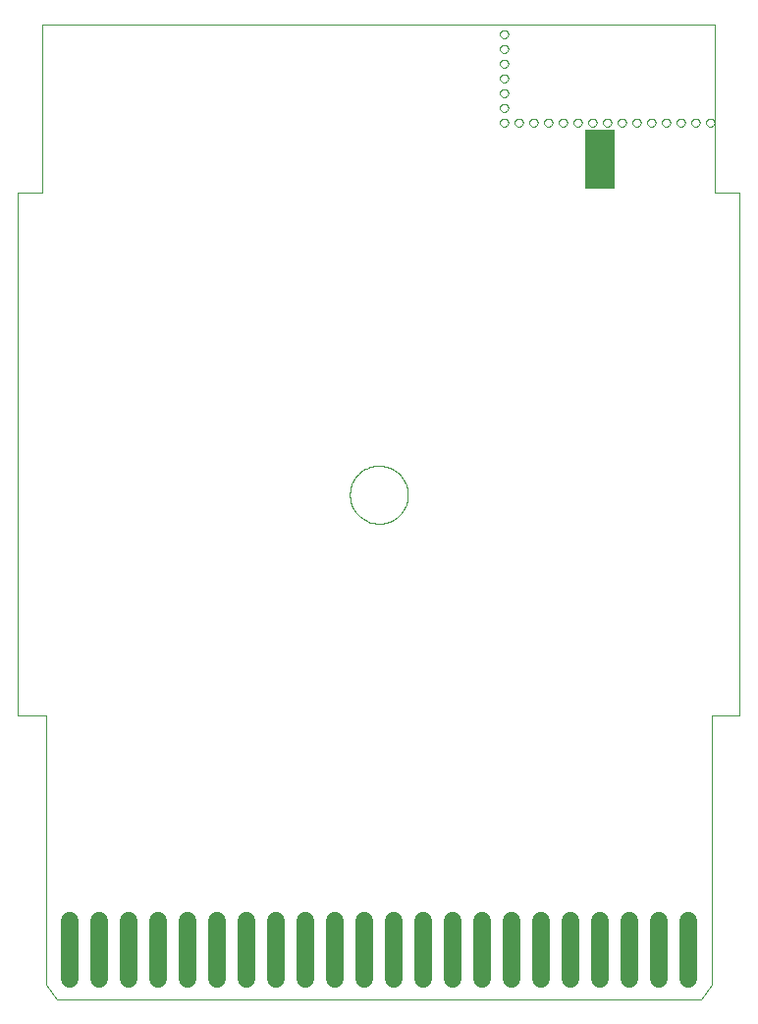
<source format=gtp>
G75*
G70*
%OFA0B0*%
%FSLAX24Y24*%
%IPPOS*%
%LPD*%
%AMOC8*
5,1,8,0,0,1.08239X$1,22.5*
%
%ADD10C,0.0000*%
%ADD11C,0.0600*%
%ADD12R,0.1000X0.2000*%
D10*
X002482Y000500D02*
X002128Y001012D01*
X002128Y010146D01*
X001170Y010146D01*
X001170Y027862D01*
X002003Y027862D01*
X002003Y033571D01*
X024837Y033571D01*
X024837Y027862D01*
X025670Y027862D01*
X025670Y010146D01*
X024712Y010146D01*
X024712Y001012D01*
X024358Y000500D01*
X002482Y000500D01*
X012436Y017626D02*
X012438Y017688D01*
X012444Y017751D01*
X012454Y017812D01*
X012468Y017873D01*
X012485Y017933D01*
X012506Y017992D01*
X012532Y018049D01*
X012560Y018104D01*
X012592Y018158D01*
X012628Y018209D01*
X012666Y018259D01*
X012708Y018305D01*
X012752Y018349D01*
X012800Y018390D01*
X012849Y018428D01*
X012901Y018462D01*
X012955Y018493D01*
X013011Y018521D01*
X013069Y018545D01*
X013128Y018566D01*
X013188Y018582D01*
X013249Y018595D01*
X013311Y018604D01*
X013373Y018609D01*
X013436Y018610D01*
X013498Y018607D01*
X013560Y018600D01*
X013622Y018589D01*
X013682Y018574D01*
X013742Y018556D01*
X013800Y018534D01*
X013857Y018508D01*
X013912Y018478D01*
X013965Y018445D01*
X014016Y018409D01*
X014064Y018370D01*
X014110Y018327D01*
X014153Y018282D01*
X014193Y018234D01*
X014230Y018184D01*
X014264Y018131D01*
X014295Y018077D01*
X014321Y018021D01*
X014345Y017963D01*
X014364Y017903D01*
X014380Y017843D01*
X014392Y017781D01*
X014400Y017720D01*
X014404Y017657D01*
X014404Y017595D01*
X014400Y017532D01*
X014392Y017471D01*
X014380Y017409D01*
X014364Y017349D01*
X014345Y017289D01*
X014321Y017231D01*
X014295Y017175D01*
X014264Y017121D01*
X014230Y017068D01*
X014193Y017018D01*
X014153Y016970D01*
X014110Y016925D01*
X014064Y016882D01*
X014016Y016843D01*
X013965Y016807D01*
X013912Y016774D01*
X013857Y016744D01*
X013800Y016718D01*
X013742Y016696D01*
X013682Y016678D01*
X013622Y016663D01*
X013560Y016652D01*
X013498Y016645D01*
X013436Y016642D01*
X013373Y016643D01*
X013311Y016648D01*
X013249Y016657D01*
X013188Y016670D01*
X013128Y016686D01*
X013069Y016707D01*
X013011Y016731D01*
X012955Y016759D01*
X012901Y016790D01*
X012849Y016824D01*
X012800Y016862D01*
X012752Y016903D01*
X012708Y016947D01*
X012666Y016993D01*
X012628Y017043D01*
X012592Y017094D01*
X012560Y017148D01*
X012532Y017203D01*
X012506Y017260D01*
X012485Y017319D01*
X012468Y017379D01*
X012454Y017440D01*
X012444Y017501D01*
X012438Y017564D01*
X012436Y017626D01*
X017532Y030250D02*
X017534Y030273D01*
X017540Y030296D01*
X017550Y030317D01*
X017563Y030337D01*
X017579Y030354D01*
X017598Y030368D01*
X017619Y030378D01*
X017641Y030385D01*
X017664Y030388D01*
X017688Y030387D01*
X017710Y030382D01*
X017732Y030373D01*
X017752Y030361D01*
X017770Y030345D01*
X017784Y030327D01*
X017796Y030307D01*
X017804Y030285D01*
X017808Y030262D01*
X017808Y030238D01*
X017804Y030215D01*
X017796Y030193D01*
X017784Y030173D01*
X017770Y030155D01*
X017752Y030139D01*
X017732Y030127D01*
X017710Y030118D01*
X017688Y030113D01*
X017664Y030112D01*
X017641Y030115D01*
X017619Y030122D01*
X017598Y030132D01*
X017579Y030146D01*
X017563Y030163D01*
X017550Y030183D01*
X017540Y030204D01*
X017534Y030227D01*
X017532Y030250D01*
X017532Y030750D02*
X017534Y030773D01*
X017540Y030796D01*
X017550Y030817D01*
X017563Y030837D01*
X017579Y030854D01*
X017598Y030868D01*
X017619Y030878D01*
X017641Y030885D01*
X017664Y030888D01*
X017688Y030887D01*
X017710Y030882D01*
X017732Y030873D01*
X017752Y030861D01*
X017770Y030845D01*
X017784Y030827D01*
X017796Y030807D01*
X017804Y030785D01*
X017808Y030762D01*
X017808Y030738D01*
X017804Y030715D01*
X017796Y030693D01*
X017784Y030673D01*
X017770Y030655D01*
X017752Y030639D01*
X017732Y030627D01*
X017710Y030618D01*
X017688Y030613D01*
X017664Y030612D01*
X017641Y030615D01*
X017619Y030622D01*
X017598Y030632D01*
X017579Y030646D01*
X017563Y030663D01*
X017550Y030683D01*
X017540Y030704D01*
X017534Y030727D01*
X017532Y030750D01*
X017532Y031250D02*
X017534Y031273D01*
X017540Y031296D01*
X017550Y031317D01*
X017563Y031337D01*
X017579Y031354D01*
X017598Y031368D01*
X017619Y031378D01*
X017641Y031385D01*
X017664Y031388D01*
X017688Y031387D01*
X017710Y031382D01*
X017732Y031373D01*
X017752Y031361D01*
X017770Y031345D01*
X017784Y031327D01*
X017796Y031307D01*
X017804Y031285D01*
X017808Y031262D01*
X017808Y031238D01*
X017804Y031215D01*
X017796Y031193D01*
X017784Y031173D01*
X017770Y031155D01*
X017752Y031139D01*
X017732Y031127D01*
X017710Y031118D01*
X017688Y031113D01*
X017664Y031112D01*
X017641Y031115D01*
X017619Y031122D01*
X017598Y031132D01*
X017579Y031146D01*
X017563Y031163D01*
X017550Y031183D01*
X017540Y031204D01*
X017534Y031227D01*
X017532Y031250D01*
X017532Y031750D02*
X017534Y031773D01*
X017540Y031796D01*
X017550Y031817D01*
X017563Y031837D01*
X017579Y031854D01*
X017598Y031868D01*
X017619Y031878D01*
X017641Y031885D01*
X017664Y031888D01*
X017688Y031887D01*
X017710Y031882D01*
X017732Y031873D01*
X017752Y031861D01*
X017770Y031845D01*
X017784Y031827D01*
X017796Y031807D01*
X017804Y031785D01*
X017808Y031762D01*
X017808Y031738D01*
X017804Y031715D01*
X017796Y031693D01*
X017784Y031673D01*
X017770Y031655D01*
X017752Y031639D01*
X017732Y031627D01*
X017710Y031618D01*
X017688Y031613D01*
X017664Y031612D01*
X017641Y031615D01*
X017619Y031622D01*
X017598Y031632D01*
X017579Y031646D01*
X017563Y031663D01*
X017550Y031683D01*
X017540Y031704D01*
X017534Y031727D01*
X017532Y031750D01*
X017532Y032250D02*
X017534Y032273D01*
X017540Y032296D01*
X017550Y032317D01*
X017563Y032337D01*
X017579Y032354D01*
X017598Y032368D01*
X017619Y032378D01*
X017641Y032385D01*
X017664Y032388D01*
X017688Y032387D01*
X017710Y032382D01*
X017732Y032373D01*
X017752Y032361D01*
X017770Y032345D01*
X017784Y032327D01*
X017796Y032307D01*
X017804Y032285D01*
X017808Y032262D01*
X017808Y032238D01*
X017804Y032215D01*
X017796Y032193D01*
X017784Y032173D01*
X017770Y032155D01*
X017752Y032139D01*
X017732Y032127D01*
X017710Y032118D01*
X017688Y032113D01*
X017664Y032112D01*
X017641Y032115D01*
X017619Y032122D01*
X017598Y032132D01*
X017579Y032146D01*
X017563Y032163D01*
X017550Y032183D01*
X017540Y032204D01*
X017534Y032227D01*
X017532Y032250D01*
X017532Y032750D02*
X017534Y032773D01*
X017540Y032796D01*
X017550Y032817D01*
X017563Y032837D01*
X017579Y032854D01*
X017598Y032868D01*
X017619Y032878D01*
X017641Y032885D01*
X017664Y032888D01*
X017688Y032887D01*
X017710Y032882D01*
X017732Y032873D01*
X017752Y032861D01*
X017770Y032845D01*
X017784Y032827D01*
X017796Y032807D01*
X017804Y032785D01*
X017808Y032762D01*
X017808Y032738D01*
X017804Y032715D01*
X017796Y032693D01*
X017784Y032673D01*
X017770Y032655D01*
X017752Y032639D01*
X017732Y032627D01*
X017710Y032618D01*
X017688Y032613D01*
X017664Y032612D01*
X017641Y032615D01*
X017619Y032622D01*
X017598Y032632D01*
X017579Y032646D01*
X017563Y032663D01*
X017550Y032683D01*
X017540Y032704D01*
X017534Y032727D01*
X017532Y032750D01*
X017532Y033250D02*
X017534Y033273D01*
X017540Y033296D01*
X017550Y033317D01*
X017563Y033337D01*
X017579Y033354D01*
X017598Y033368D01*
X017619Y033378D01*
X017641Y033385D01*
X017664Y033388D01*
X017688Y033387D01*
X017710Y033382D01*
X017732Y033373D01*
X017752Y033361D01*
X017770Y033345D01*
X017784Y033327D01*
X017796Y033307D01*
X017804Y033285D01*
X017808Y033262D01*
X017808Y033238D01*
X017804Y033215D01*
X017796Y033193D01*
X017784Y033173D01*
X017770Y033155D01*
X017752Y033139D01*
X017732Y033127D01*
X017710Y033118D01*
X017688Y033113D01*
X017664Y033112D01*
X017641Y033115D01*
X017619Y033122D01*
X017598Y033132D01*
X017579Y033146D01*
X017563Y033163D01*
X017550Y033183D01*
X017540Y033204D01*
X017534Y033227D01*
X017532Y033250D01*
X018032Y030250D02*
X018034Y030273D01*
X018040Y030296D01*
X018050Y030317D01*
X018063Y030337D01*
X018079Y030354D01*
X018098Y030368D01*
X018119Y030378D01*
X018141Y030385D01*
X018164Y030388D01*
X018188Y030387D01*
X018210Y030382D01*
X018232Y030373D01*
X018252Y030361D01*
X018270Y030345D01*
X018284Y030327D01*
X018296Y030307D01*
X018304Y030285D01*
X018308Y030262D01*
X018308Y030238D01*
X018304Y030215D01*
X018296Y030193D01*
X018284Y030173D01*
X018270Y030155D01*
X018252Y030139D01*
X018232Y030127D01*
X018210Y030118D01*
X018188Y030113D01*
X018164Y030112D01*
X018141Y030115D01*
X018119Y030122D01*
X018098Y030132D01*
X018079Y030146D01*
X018063Y030163D01*
X018050Y030183D01*
X018040Y030204D01*
X018034Y030227D01*
X018032Y030250D01*
X018532Y030250D02*
X018534Y030273D01*
X018540Y030296D01*
X018550Y030317D01*
X018563Y030337D01*
X018579Y030354D01*
X018598Y030368D01*
X018619Y030378D01*
X018641Y030385D01*
X018664Y030388D01*
X018688Y030387D01*
X018710Y030382D01*
X018732Y030373D01*
X018752Y030361D01*
X018770Y030345D01*
X018784Y030327D01*
X018796Y030307D01*
X018804Y030285D01*
X018808Y030262D01*
X018808Y030238D01*
X018804Y030215D01*
X018796Y030193D01*
X018784Y030173D01*
X018770Y030155D01*
X018752Y030139D01*
X018732Y030127D01*
X018710Y030118D01*
X018688Y030113D01*
X018664Y030112D01*
X018641Y030115D01*
X018619Y030122D01*
X018598Y030132D01*
X018579Y030146D01*
X018563Y030163D01*
X018550Y030183D01*
X018540Y030204D01*
X018534Y030227D01*
X018532Y030250D01*
X019032Y030250D02*
X019034Y030273D01*
X019040Y030296D01*
X019050Y030317D01*
X019063Y030337D01*
X019079Y030354D01*
X019098Y030368D01*
X019119Y030378D01*
X019141Y030385D01*
X019164Y030388D01*
X019188Y030387D01*
X019210Y030382D01*
X019232Y030373D01*
X019252Y030361D01*
X019270Y030345D01*
X019284Y030327D01*
X019296Y030307D01*
X019304Y030285D01*
X019308Y030262D01*
X019308Y030238D01*
X019304Y030215D01*
X019296Y030193D01*
X019284Y030173D01*
X019270Y030155D01*
X019252Y030139D01*
X019232Y030127D01*
X019210Y030118D01*
X019188Y030113D01*
X019164Y030112D01*
X019141Y030115D01*
X019119Y030122D01*
X019098Y030132D01*
X019079Y030146D01*
X019063Y030163D01*
X019050Y030183D01*
X019040Y030204D01*
X019034Y030227D01*
X019032Y030250D01*
X019532Y030250D02*
X019534Y030273D01*
X019540Y030296D01*
X019550Y030317D01*
X019563Y030337D01*
X019579Y030354D01*
X019598Y030368D01*
X019619Y030378D01*
X019641Y030385D01*
X019664Y030388D01*
X019688Y030387D01*
X019710Y030382D01*
X019732Y030373D01*
X019752Y030361D01*
X019770Y030345D01*
X019784Y030327D01*
X019796Y030307D01*
X019804Y030285D01*
X019808Y030262D01*
X019808Y030238D01*
X019804Y030215D01*
X019796Y030193D01*
X019784Y030173D01*
X019770Y030155D01*
X019752Y030139D01*
X019732Y030127D01*
X019710Y030118D01*
X019688Y030113D01*
X019664Y030112D01*
X019641Y030115D01*
X019619Y030122D01*
X019598Y030132D01*
X019579Y030146D01*
X019563Y030163D01*
X019550Y030183D01*
X019540Y030204D01*
X019534Y030227D01*
X019532Y030250D01*
X020032Y030250D02*
X020034Y030273D01*
X020040Y030296D01*
X020050Y030317D01*
X020063Y030337D01*
X020079Y030354D01*
X020098Y030368D01*
X020119Y030378D01*
X020141Y030385D01*
X020164Y030388D01*
X020188Y030387D01*
X020210Y030382D01*
X020232Y030373D01*
X020252Y030361D01*
X020270Y030345D01*
X020284Y030327D01*
X020296Y030307D01*
X020304Y030285D01*
X020308Y030262D01*
X020308Y030238D01*
X020304Y030215D01*
X020296Y030193D01*
X020284Y030173D01*
X020270Y030155D01*
X020252Y030139D01*
X020232Y030127D01*
X020210Y030118D01*
X020188Y030113D01*
X020164Y030112D01*
X020141Y030115D01*
X020119Y030122D01*
X020098Y030132D01*
X020079Y030146D01*
X020063Y030163D01*
X020050Y030183D01*
X020040Y030204D01*
X020034Y030227D01*
X020032Y030250D01*
X020532Y030250D02*
X020534Y030273D01*
X020540Y030296D01*
X020550Y030317D01*
X020563Y030337D01*
X020579Y030354D01*
X020598Y030368D01*
X020619Y030378D01*
X020641Y030385D01*
X020664Y030388D01*
X020688Y030387D01*
X020710Y030382D01*
X020732Y030373D01*
X020752Y030361D01*
X020770Y030345D01*
X020784Y030327D01*
X020796Y030307D01*
X020804Y030285D01*
X020808Y030262D01*
X020808Y030238D01*
X020804Y030215D01*
X020796Y030193D01*
X020784Y030173D01*
X020770Y030155D01*
X020752Y030139D01*
X020732Y030127D01*
X020710Y030118D01*
X020688Y030113D01*
X020664Y030112D01*
X020641Y030115D01*
X020619Y030122D01*
X020598Y030132D01*
X020579Y030146D01*
X020563Y030163D01*
X020550Y030183D01*
X020540Y030204D01*
X020534Y030227D01*
X020532Y030250D01*
X021032Y030250D02*
X021034Y030273D01*
X021040Y030296D01*
X021050Y030317D01*
X021063Y030337D01*
X021079Y030354D01*
X021098Y030368D01*
X021119Y030378D01*
X021141Y030385D01*
X021164Y030388D01*
X021188Y030387D01*
X021210Y030382D01*
X021232Y030373D01*
X021252Y030361D01*
X021270Y030345D01*
X021284Y030327D01*
X021296Y030307D01*
X021304Y030285D01*
X021308Y030262D01*
X021308Y030238D01*
X021304Y030215D01*
X021296Y030193D01*
X021284Y030173D01*
X021270Y030155D01*
X021252Y030139D01*
X021232Y030127D01*
X021210Y030118D01*
X021188Y030113D01*
X021164Y030112D01*
X021141Y030115D01*
X021119Y030122D01*
X021098Y030132D01*
X021079Y030146D01*
X021063Y030163D01*
X021050Y030183D01*
X021040Y030204D01*
X021034Y030227D01*
X021032Y030250D01*
X021532Y030250D02*
X021534Y030273D01*
X021540Y030296D01*
X021550Y030317D01*
X021563Y030337D01*
X021579Y030354D01*
X021598Y030368D01*
X021619Y030378D01*
X021641Y030385D01*
X021664Y030388D01*
X021688Y030387D01*
X021710Y030382D01*
X021732Y030373D01*
X021752Y030361D01*
X021770Y030345D01*
X021784Y030327D01*
X021796Y030307D01*
X021804Y030285D01*
X021808Y030262D01*
X021808Y030238D01*
X021804Y030215D01*
X021796Y030193D01*
X021784Y030173D01*
X021770Y030155D01*
X021752Y030139D01*
X021732Y030127D01*
X021710Y030118D01*
X021688Y030113D01*
X021664Y030112D01*
X021641Y030115D01*
X021619Y030122D01*
X021598Y030132D01*
X021579Y030146D01*
X021563Y030163D01*
X021550Y030183D01*
X021540Y030204D01*
X021534Y030227D01*
X021532Y030250D01*
X022032Y030250D02*
X022034Y030273D01*
X022040Y030296D01*
X022050Y030317D01*
X022063Y030337D01*
X022079Y030354D01*
X022098Y030368D01*
X022119Y030378D01*
X022141Y030385D01*
X022164Y030388D01*
X022188Y030387D01*
X022210Y030382D01*
X022232Y030373D01*
X022252Y030361D01*
X022270Y030345D01*
X022284Y030327D01*
X022296Y030307D01*
X022304Y030285D01*
X022308Y030262D01*
X022308Y030238D01*
X022304Y030215D01*
X022296Y030193D01*
X022284Y030173D01*
X022270Y030155D01*
X022252Y030139D01*
X022232Y030127D01*
X022210Y030118D01*
X022188Y030113D01*
X022164Y030112D01*
X022141Y030115D01*
X022119Y030122D01*
X022098Y030132D01*
X022079Y030146D01*
X022063Y030163D01*
X022050Y030183D01*
X022040Y030204D01*
X022034Y030227D01*
X022032Y030250D01*
X022532Y030250D02*
X022534Y030273D01*
X022540Y030296D01*
X022550Y030317D01*
X022563Y030337D01*
X022579Y030354D01*
X022598Y030368D01*
X022619Y030378D01*
X022641Y030385D01*
X022664Y030388D01*
X022688Y030387D01*
X022710Y030382D01*
X022732Y030373D01*
X022752Y030361D01*
X022770Y030345D01*
X022784Y030327D01*
X022796Y030307D01*
X022804Y030285D01*
X022808Y030262D01*
X022808Y030238D01*
X022804Y030215D01*
X022796Y030193D01*
X022784Y030173D01*
X022770Y030155D01*
X022752Y030139D01*
X022732Y030127D01*
X022710Y030118D01*
X022688Y030113D01*
X022664Y030112D01*
X022641Y030115D01*
X022619Y030122D01*
X022598Y030132D01*
X022579Y030146D01*
X022563Y030163D01*
X022550Y030183D01*
X022540Y030204D01*
X022534Y030227D01*
X022532Y030250D01*
X023032Y030250D02*
X023034Y030273D01*
X023040Y030296D01*
X023050Y030317D01*
X023063Y030337D01*
X023079Y030354D01*
X023098Y030368D01*
X023119Y030378D01*
X023141Y030385D01*
X023164Y030388D01*
X023188Y030387D01*
X023210Y030382D01*
X023232Y030373D01*
X023252Y030361D01*
X023270Y030345D01*
X023284Y030327D01*
X023296Y030307D01*
X023304Y030285D01*
X023308Y030262D01*
X023308Y030238D01*
X023304Y030215D01*
X023296Y030193D01*
X023284Y030173D01*
X023270Y030155D01*
X023252Y030139D01*
X023232Y030127D01*
X023210Y030118D01*
X023188Y030113D01*
X023164Y030112D01*
X023141Y030115D01*
X023119Y030122D01*
X023098Y030132D01*
X023079Y030146D01*
X023063Y030163D01*
X023050Y030183D01*
X023040Y030204D01*
X023034Y030227D01*
X023032Y030250D01*
X023532Y030250D02*
X023534Y030273D01*
X023540Y030296D01*
X023550Y030317D01*
X023563Y030337D01*
X023579Y030354D01*
X023598Y030368D01*
X023619Y030378D01*
X023641Y030385D01*
X023664Y030388D01*
X023688Y030387D01*
X023710Y030382D01*
X023732Y030373D01*
X023752Y030361D01*
X023770Y030345D01*
X023784Y030327D01*
X023796Y030307D01*
X023804Y030285D01*
X023808Y030262D01*
X023808Y030238D01*
X023804Y030215D01*
X023796Y030193D01*
X023784Y030173D01*
X023770Y030155D01*
X023752Y030139D01*
X023732Y030127D01*
X023710Y030118D01*
X023688Y030113D01*
X023664Y030112D01*
X023641Y030115D01*
X023619Y030122D01*
X023598Y030132D01*
X023579Y030146D01*
X023563Y030163D01*
X023550Y030183D01*
X023540Y030204D01*
X023534Y030227D01*
X023532Y030250D01*
X024032Y030250D02*
X024034Y030273D01*
X024040Y030296D01*
X024050Y030317D01*
X024063Y030337D01*
X024079Y030354D01*
X024098Y030368D01*
X024119Y030378D01*
X024141Y030385D01*
X024164Y030388D01*
X024188Y030387D01*
X024210Y030382D01*
X024232Y030373D01*
X024252Y030361D01*
X024270Y030345D01*
X024284Y030327D01*
X024296Y030307D01*
X024304Y030285D01*
X024308Y030262D01*
X024308Y030238D01*
X024304Y030215D01*
X024296Y030193D01*
X024284Y030173D01*
X024270Y030155D01*
X024252Y030139D01*
X024232Y030127D01*
X024210Y030118D01*
X024188Y030113D01*
X024164Y030112D01*
X024141Y030115D01*
X024119Y030122D01*
X024098Y030132D01*
X024079Y030146D01*
X024063Y030163D01*
X024050Y030183D01*
X024040Y030204D01*
X024034Y030227D01*
X024032Y030250D01*
X024532Y030250D02*
X024534Y030273D01*
X024540Y030296D01*
X024550Y030317D01*
X024563Y030337D01*
X024579Y030354D01*
X024598Y030368D01*
X024619Y030378D01*
X024641Y030385D01*
X024664Y030388D01*
X024688Y030387D01*
X024710Y030382D01*
X024732Y030373D01*
X024752Y030361D01*
X024770Y030345D01*
X024784Y030327D01*
X024796Y030307D01*
X024804Y030285D01*
X024808Y030262D01*
X024808Y030238D01*
X024804Y030215D01*
X024796Y030193D01*
X024784Y030173D01*
X024770Y030155D01*
X024752Y030139D01*
X024732Y030127D01*
X024710Y030118D01*
X024688Y030113D01*
X024664Y030112D01*
X024641Y030115D01*
X024619Y030122D01*
X024598Y030132D01*
X024579Y030146D01*
X024563Y030163D01*
X024550Y030183D01*
X024540Y030204D01*
X024534Y030227D01*
X024532Y030250D01*
D11*
X023924Y003172D02*
X023924Y001222D01*
X022924Y001222D02*
X022924Y003172D01*
X021924Y003172D02*
X021924Y001222D01*
X020924Y001222D02*
X020924Y003172D01*
X019924Y003172D02*
X019924Y001222D01*
X018924Y001222D02*
X018924Y003172D01*
X017924Y003172D02*
X017924Y001222D01*
X016924Y001222D02*
X016924Y003172D01*
X015924Y003172D02*
X015924Y001222D01*
X014924Y001222D02*
X014924Y003172D01*
X013924Y003172D02*
X013924Y001222D01*
X012924Y001222D02*
X012924Y003172D01*
X011924Y003172D02*
X011924Y001222D01*
X010924Y001222D02*
X010924Y003172D01*
X009924Y003172D02*
X009924Y001222D01*
X008924Y001222D02*
X008924Y003172D01*
X007924Y003172D02*
X007924Y001222D01*
X006924Y001222D02*
X006924Y003172D01*
X005924Y003172D02*
X005924Y001222D01*
X004924Y001222D02*
X004924Y003172D01*
X003924Y003172D02*
X003924Y001222D01*
X002924Y001222D02*
X002924Y003172D01*
D12*
X020920Y029000D03*
M02*

</source>
